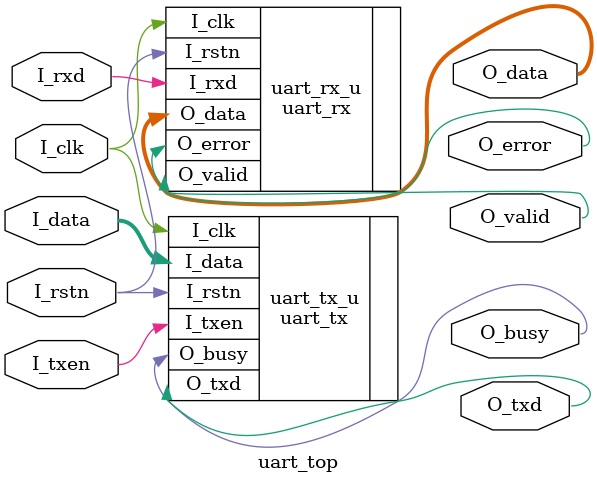
<source format=v>
module uart_top #(
	parameter	FREQUENCY	= 50000000,
	parameter	BAUDRATE	= 9600,
	parameter	DATABITS	= 8,
	parameter	PARITY		= "N",	//"N" "O" "E" "M" "S"
	parameter	STOPBITS	= 1.0
)(
	input					I_clk,
	input					I_rstn,
	
	input	[DATABITS-1:0]	I_data,
	input					I_txen,
	output					O_busy,
	
	output	[DATABITS-1:0]	O_data,
	output					O_valid,
	output					O_error,
	
	input					I_rxd,
	output					O_txd
);

	uart_tx #(
		.FREQUENCY	(FREQUENCY),
		.BAUDRATE	(BAUDRATE),
		.DATABITS	(DATABITS),
		.PARITY		(PARITY),	//"N" "O" "E" "M" "S"
		.STOPBITS	(STOPBITS)
	) uart_tx_u(
		.I_clk		(I_clk),
		.I_rstn		(I_rstn),
	
		.I_data		(I_data),
		.I_txen		(I_txen),
		.O_busy		(O_busy),
	
		.O_txd		(O_txd)
	);
	
	uart_rx #(
		.FREQUENCY	(FREQUENCY),
		.BAUDRATE	(BAUDRATE),
		.DATABITS	(DATABITS),
		.PARITY		(PARITY),	//"N" "O" "E" "M" "S"
		.STOPBITS	(STOPBITS)
	) uart_rx_u(
		.I_clk		(I_clk),
		.I_rstn		(I_rstn),
	
		.O_data		(O_data),
		.O_valid	(O_valid),
		.O_error	(O_error),
	
		.I_rxd		(I_rxd)
	);




endmodule

</source>
